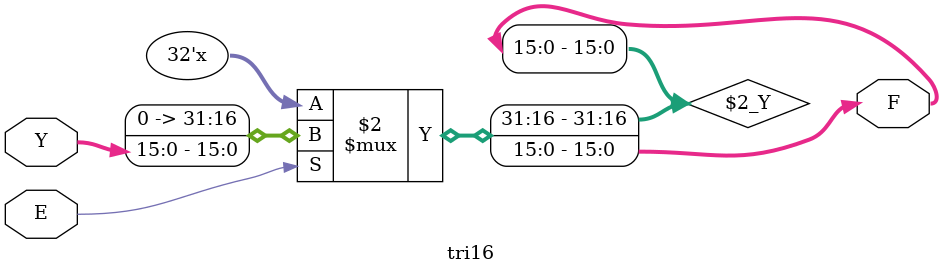
<source format=v>
module tri16 (Y, E, F);
 
	input [15:0] Y; 
	input E;
	output wire [15:0] F;
	
	assign F=E?Y:'bz;
	
endmodule
</source>
